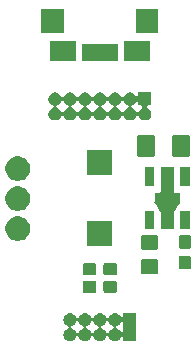
<source format=gts>
G04 #@! TF.GenerationSoftware,KiCad,Pcbnew,(5.1.5-0-10_14)*
G04 #@! TF.CreationDate,2021-03-21T20:32:30+09:00*
G04 #@! TF.ProjectId,STM32DebugConnector,53544d33-3244-4656-9275-67436f6e6e65,2.0*
G04 #@! TF.SameCoordinates,Original*
G04 #@! TF.FileFunction,Soldermask,Top*
G04 #@! TF.FilePolarity,Negative*
%FSLAX46Y46*%
G04 Gerber Fmt 4.6, Leading zero omitted, Abs format (unit mm)*
G04 Created by KiCad (PCBNEW (5.1.5-0-10_14)) date 2021-03-21 20:32:30*
%MOMM*%
%LPD*%
G04 APERTURE LIST*
%ADD10C,0.100000*%
G04 APERTURE END LIST*
D10*
G36*
X-2379279Y-26750174D02*
G01*
X-2279005Y-26791709D01*
X-2279004Y-26791710D01*
X-2188758Y-26852010D01*
X-2112010Y-26928758D01*
X-2112009Y-26928760D01*
X-2051709Y-27019005D01*
X-2020484Y-27094389D01*
X-2008933Y-27116000D01*
X-1993388Y-27134941D01*
X-1974446Y-27150487D01*
X-1952835Y-27162038D01*
X-1929386Y-27169151D01*
X-1905000Y-27171553D01*
X-1880614Y-27169151D01*
X-1857165Y-27162038D01*
X-1835554Y-27150487D01*
X-1816613Y-27134942D01*
X-1801067Y-27116000D01*
X-1789516Y-27094389D01*
X-1758291Y-27019005D01*
X-1697991Y-26928760D01*
X-1697990Y-26928758D01*
X-1621242Y-26852010D01*
X-1530996Y-26791710D01*
X-1530995Y-26791709D01*
X-1430721Y-26750174D01*
X-1324270Y-26729000D01*
X-1215730Y-26729000D01*
X-1109279Y-26750174D01*
X-1009005Y-26791709D01*
X-1009004Y-26791710D01*
X-918758Y-26852010D01*
X-842010Y-26928758D01*
X-842009Y-26928760D01*
X-781709Y-27019005D01*
X-750484Y-27094389D01*
X-738933Y-27116000D01*
X-723388Y-27134941D01*
X-704446Y-27150487D01*
X-682835Y-27162038D01*
X-659386Y-27169151D01*
X-635000Y-27171553D01*
X-610614Y-27169151D01*
X-587165Y-27162038D01*
X-565554Y-27150487D01*
X-546613Y-27134942D01*
X-531067Y-27116000D01*
X-519516Y-27094389D01*
X-488291Y-27019005D01*
X-427991Y-26928760D01*
X-427990Y-26928758D01*
X-351242Y-26852010D01*
X-260996Y-26791710D01*
X-260995Y-26791709D01*
X-160721Y-26750174D01*
X-54270Y-26729000D01*
X54270Y-26729000D01*
X160721Y-26750174D01*
X260995Y-26791709D01*
X260996Y-26791710D01*
X351242Y-26852010D01*
X427990Y-26928758D01*
X427991Y-26928760D01*
X488291Y-27019005D01*
X519516Y-27094389D01*
X531067Y-27116000D01*
X546612Y-27134941D01*
X565554Y-27150487D01*
X587165Y-27162038D01*
X610614Y-27169151D01*
X635000Y-27171553D01*
X659386Y-27169151D01*
X682835Y-27162038D01*
X704446Y-27150487D01*
X723387Y-27134942D01*
X738933Y-27116000D01*
X750484Y-27094389D01*
X781709Y-27019005D01*
X842009Y-26928760D01*
X842010Y-26928758D01*
X918758Y-26852010D01*
X1009004Y-26791710D01*
X1009005Y-26791709D01*
X1109279Y-26750174D01*
X1215730Y-26729000D01*
X1324270Y-26729000D01*
X1430721Y-26750174D01*
X1530995Y-26791709D01*
X1530996Y-26791710D01*
X1621242Y-26852010D01*
X1697990Y-26928758D01*
X1697991Y-26928760D01*
X1760068Y-27021664D01*
X1775614Y-27040606D01*
X1794556Y-27056151D01*
X1816167Y-27067702D01*
X1839615Y-27074815D01*
X1864002Y-27077217D01*
X1888388Y-27074815D01*
X1911837Y-27067702D01*
X1933447Y-27056151D01*
X1952389Y-27040605D01*
X1967934Y-27021663D01*
X1979485Y-27000052D01*
X1986598Y-26976604D01*
X1989000Y-26952218D01*
X1989000Y-26729000D01*
X3091000Y-26729000D01*
X3091000Y-29101000D01*
X1989000Y-29101000D01*
X1989000Y-28877782D01*
X1986598Y-28853396D01*
X1979485Y-28829947D01*
X1967934Y-28808336D01*
X1952389Y-28789394D01*
X1933447Y-28773849D01*
X1911836Y-28762298D01*
X1888387Y-28755185D01*
X1864001Y-28752783D01*
X1839615Y-28755185D01*
X1816166Y-28762298D01*
X1794555Y-28773849D01*
X1775613Y-28789394D01*
X1760068Y-28808336D01*
X1718988Y-28869816D01*
X1697990Y-28901242D01*
X1621242Y-28977990D01*
X1575812Y-29008345D01*
X1530995Y-29038291D01*
X1430721Y-29079826D01*
X1324270Y-29101000D01*
X1215730Y-29101000D01*
X1109279Y-29079826D01*
X1009005Y-29038291D01*
X964188Y-29008345D01*
X918758Y-28977990D01*
X842010Y-28901242D01*
X810041Y-28853396D01*
X781709Y-28810995D01*
X750484Y-28735611D01*
X738933Y-28714000D01*
X723388Y-28695059D01*
X704446Y-28679513D01*
X682835Y-28667962D01*
X659386Y-28660849D01*
X635000Y-28658447D01*
X610614Y-28660849D01*
X587165Y-28667962D01*
X565554Y-28679513D01*
X546613Y-28695058D01*
X531067Y-28714000D01*
X519516Y-28735611D01*
X488291Y-28810995D01*
X459959Y-28853396D01*
X427990Y-28901242D01*
X351242Y-28977990D01*
X305812Y-29008345D01*
X260995Y-29038291D01*
X160721Y-29079826D01*
X54270Y-29101000D01*
X-54270Y-29101000D01*
X-160721Y-29079826D01*
X-260995Y-29038291D01*
X-305812Y-29008345D01*
X-351242Y-28977990D01*
X-427990Y-28901242D01*
X-459959Y-28853396D01*
X-488291Y-28810995D01*
X-519516Y-28735611D01*
X-531067Y-28714000D01*
X-546612Y-28695059D01*
X-565554Y-28679513D01*
X-587165Y-28667962D01*
X-610614Y-28660849D01*
X-635000Y-28658447D01*
X-659386Y-28660849D01*
X-682835Y-28667962D01*
X-704446Y-28679513D01*
X-723387Y-28695058D01*
X-738933Y-28714000D01*
X-750484Y-28735611D01*
X-781709Y-28810995D01*
X-810041Y-28853396D01*
X-842010Y-28901242D01*
X-918758Y-28977990D01*
X-964188Y-29008345D01*
X-1009005Y-29038291D01*
X-1109279Y-29079826D01*
X-1215730Y-29101000D01*
X-1324270Y-29101000D01*
X-1430721Y-29079826D01*
X-1530995Y-29038291D01*
X-1575812Y-29008345D01*
X-1621242Y-28977990D01*
X-1697990Y-28901242D01*
X-1729959Y-28853396D01*
X-1758291Y-28810995D01*
X-1789516Y-28735611D01*
X-1801067Y-28714000D01*
X-1816612Y-28695059D01*
X-1835554Y-28679513D01*
X-1857165Y-28667962D01*
X-1880614Y-28660849D01*
X-1905000Y-28658447D01*
X-1929386Y-28660849D01*
X-1952835Y-28667962D01*
X-1974446Y-28679513D01*
X-1993387Y-28695058D01*
X-2008933Y-28714000D01*
X-2020484Y-28735611D01*
X-2051709Y-28810995D01*
X-2080041Y-28853396D01*
X-2112010Y-28901242D01*
X-2188758Y-28977990D01*
X-2234188Y-29008345D01*
X-2279005Y-29038291D01*
X-2379279Y-29079826D01*
X-2485730Y-29101000D01*
X-2594270Y-29101000D01*
X-2700721Y-29079826D01*
X-2800995Y-29038291D01*
X-2845812Y-29008345D01*
X-2891242Y-28977990D01*
X-2967990Y-28901242D01*
X-2999959Y-28853396D01*
X-3028291Y-28810995D01*
X-3069826Y-28710721D01*
X-3091000Y-28604270D01*
X-3091000Y-28495730D01*
X-3069826Y-28389279D01*
X-3028291Y-28289005D01*
X-2967991Y-28198760D01*
X-2967990Y-28198758D01*
X-2891242Y-28122010D01*
X-2800996Y-28061710D01*
X-2800995Y-28061709D01*
X-2725611Y-28030484D01*
X-2704000Y-28018933D01*
X-2685059Y-28003388D01*
X-2669513Y-27984446D01*
X-2657962Y-27962835D01*
X-2650849Y-27939386D01*
X-2648447Y-27915000D01*
X-2431553Y-27915000D01*
X-2429151Y-27939386D01*
X-2422038Y-27962835D01*
X-2410487Y-27984446D01*
X-2394942Y-28003387D01*
X-2376000Y-28018933D01*
X-2354389Y-28030484D01*
X-2279005Y-28061709D01*
X-2279004Y-28061710D01*
X-2188758Y-28122010D01*
X-2112010Y-28198758D01*
X-2112009Y-28198760D01*
X-2051709Y-28289005D01*
X-2020484Y-28364389D01*
X-2008933Y-28386000D01*
X-1993388Y-28404941D01*
X-1974446Y-28420487D01*
X-1952835Y-28432038D01*
X-1929386Y-28439151D01*
X-1905000Y-28441553D01*
X-1880614Y-28439151D01*
X-1857165Y-28432038D01*
X-1835554Y-28420487D01*
X-1816613Y-28404942D01*
X-1801067Y-28386000D01*
X-1789516Y-28364389D01*
X-1758291Y-28289005D01*
X-1697991Y-28198760D01*
X-1697990Y-28198758D01*
X-1621242Y-28122010D01*
X-1530996Y-28061710D01*
X-1530995Y-28061709D01*
X-1455611Y-28030484D01*
X-1434000Y-28018933D01*
X-1415059Y-28003388D01*
X-1399513Y-27984446D01*
X-1387962Y-27962835D01*
X-1380849Y-27939386D01*
X-1378447Y-27915000D01*
X-1161553Y-27915000D01*
X-1159151Y-27939386D01*
X-1152038Y-27962835D01*
X-1140487Y-27984446D01*
X-1124942Y-28003387D01*
X-1106000Y-28018933D01*
X-1084389Y-28030484D01*
X-1009005Y-28061709D01*
X-1009004Y-28061710D01*
X-918758Y-28122010D01*
X-842010Y-28198758D01*
X-842009Y-28198760D01*
X-781709Y-28289005D01*
X-750484Y-28364389D01*
X-738933Y-28386000D01*
X-723388Y-28404941D01*
X-704446Y-28420487D01*
X-682835Y-28432038D01*
X-659386Y-28439151D01*
X-635000Y-28441553D01*
X-610614Y-28439151D01*
X-587165Y-28432038D01*
X-565554Y-28420487D01*
X-546613Y-28404942D01*
X-531067Y-28386000D01*
X-519516Y-28364389D01*
X-488291Y-28289005D01*
X-427991Y-28198760D01*
X-427990Y-28198758D01*
X-351242Y-28122010D01*
X-260996Y-28061710D01*
X-260995Y-28061709D01*
X-185611Y-28030484D01*
X-164000Y-28018933D01*
X-145059Y-28003388D01*
X-129513Y-27984446D01*
X-117962Y-27962835D01*
X-110849Y-27939386D01*
X-108447Y-27915000D01*
X108447Y-27915000D01*
X110849Y-27939386D01*
X117962Y-27962835D01*
X129513Y-27984446D01*
X145058Y-28003387D01*
X164000Y-28018933D01*
X185611Y-28030484D01*
X260995Y-28061709D01*
X260996Y-28061710D01*
X351242Y-28122010D01*
X427990Y-28198758D01*
X427991Y-28198760D01*
X488291Y-28289005D01*
X519516Y-28364389D01*
X531067Y-28386000D01*
X546612Y-28404941D01*
X565554Y-28420487D01*
X587165Y-28432038D01*
X610614Y-28439151D01*
X635000Y-28441553D01*
X659386Y-28439151D01*
X682835Y-28432038D01*
X704446Y-28420487D01*
X723387Y-28404942D01*
X738933Y-28386000D01*
X750484Y-28364389D01*
X781709Y-28289005D01*
X842009Y-28198760D01*
X842010Y-28198758D01*
X918758Y-28122010D01*
X1009004Y-28061710D01*
X1009005Y-28061709D01*
X1084389Y-28030484D01*
X1106000Y-28018933D01*
X1124941Y-28003388D01*
X1140487Y-27984446D01*
X1152038Y-27962835D01*
X1159151Y-27939386D01*
X1161553Y-27915000D01*
X1378447Y-27915000D01*
X1380849Y-27939386D01*
X1387962Y-27962835D01*
X1399513Y-27984446D01*
X1415058Y-28003387D01*
X1434000Y-28018933D01*
X1455611Y-28030484D01*
X1530995Y-28061709D01*
X1530996Y-28061710D01*
X1621242Y-28122010D01*
X1697990Y-28198758D01*
X1697991Y-28198760D01*
X1760068Y-28291664D01*
X1775614Y-28310606D01*
X1794556Y-28326151D01*
X1816167Y-28337702D01*
X1839615Y-28344815D01*
X1864002Y-28347217D01*
X1888388Y-28344815D01*
X1911837Y-28337702D01*
X1933447Y-28326151D01*
X1952389Y-28310605D01*
X1967934Y-28291663D01*
X1979485Y-28270052D01*
X1986598Y-28246604D01*
X1989000Y-28222218D01*
X1989000Y-27607782D01*
X1986598Y-27583396D01*
X1979485Y-27559947D01*
X1967934Y-27538336D01*
X1952389Y-27519394D01*
X1933447Y-27503849D01*
X1911836Y-27492298D01*
X1888387Y-27485185D01*
X1864001Y-27482783D01*
X1839615Y-27485185D01*
X1816166Y-27492298D01*
X1794555Y-27503849D01*
X1775613Y-27519394D01*
X1760068Y-27538336D01*
X1718988Y-27599816D01*
X1697990Y-27631242D01*
X1621242Y-27707990D01*
X1575812Y-27738345D01*
X1530995Y-27768291D01*
X1455611Y-27799516D01*
X1434000Y-27811067D01*
X1415059Y-27826612D01*
X1399513Y-27845554D01*
X1387962Y-27867165D01*
X1380849Y-27890614D01*
X1378447Y-27915000D01*
X1161553Y-27915000D01*
X1159151Y-27890614D01*
X1152038Y-27867165D01*
X1140487Y-27845554D01*
X1124942Y-27826613D01*
X1106000Y-27811067D01*
X1084389Y-27799516D01*
X1009005Y-27768291D01*
X964188Y-27738345D01*
X918758Y-27707990D01*
X842010Y-27631242D01*
X810041Y-27583396D01*
X781709Y-27540995D01*
X750484Y-27465611D01*
X738933Y-27444000D01*
X723388Y-27425059D01*
X704446Y-27409513D01*
X682835Y-27397962D01*
X659386Y-27390849D01*
X635000Y-27388447D01*
X610614Y-27390849D01*
X587165Y-27397962D01*
X565554Y-27409513D01*
X546613Y-27425058D01*
X531067Y-27444000D01*
X519516Y-27465611D01*
X488291Y-27540995D01*
X459959Y-27583396D01*
X427990Y-27631242D01*
X351242Y-27707990D01*
X305812Y-27738345D01*
X260995Y-27768291D01*
X185611Y-27799516D01*
X164000Y-27811067D01*
X145059Y-27826612D01*
X129513Y-27845554D01*
X117962Y-27867165D01*
X110849Y-27890614D01*
X108447Y-27915000D01*
X-108447Y-27915000D01*
X-110849Y-27890614D01*
X-117962Y-27867165D01*
X-129513Y-27845554D01*
X-145058Y-27826613D01*
X-164000Y-27811067D01*
X-185611Y-27799516D01*
X-260995Y-27768291D01*
X-305812Y-27738345D01*
X-351242Y-27707990D01*
X-427990Y-27631242D01*
X-459959Y-27583396D01*
X-488291Y-27540995D01*
X-519516Y-27465611D01*
X-531067Y-27444000D01*
X-546612Y-27425059D01*
X-565554Y-27409513D01*
X-587165Y-27397962D01*
X-610614Y-27390849D01*
X-635000Y-27388447D01*
X-659386Y-27390849D01*
X-682835Y-27397962D01*
X-704446Y-27409513D01*
X-723387Y-27425058D01*
X-738933Y-27444000D01*
X-750484Y-27465611D01*
X-781709Y-27540995D01*
X-810041Y-27583396D01*
X-842010Y-27631242D01*
X-918758Y-27707990D01*
X-964188Y-27738345D01*
X-1009005Y-27768291D01*
X-1084389Y-27799516D01*
X-1106000Y-27811067D01*
X-1124941Y-27826612D01*
X-1140487Y-27845554D01*
X-1152038Y-27867165D01*
X-1159151Y-27890614D01*
X-1161553Y-27915000D01*
X-1378447Y-27915000D01*
X-1380849Y-27890614D01*
X-1387962Y-27867165D01*
X-1399513Y-27845554D01*
X-1415058Y-27826613D01*
X-1434000Y-27811067D01*
X-1455611Y-27799516D01*
X-1530995Y-27768291D01*
X-1575812Y-27738345D01*
X-1621242Y-27707990D01*
X-1697990Y-27631242D01*
X-1729959Y-27583396D01*
X-1758291Y-27540995D01*
X-1789516Y-27465611D01*
X-1801067Y-27444000D01*
X-1816612Y-27425059D01*
X-1835554Y-27409513D01*
X-1857165Y-27397962D01*
X-1880614Y-27390849D01*
X-1905000Y-27388447D01*
X-1929386Y-27390849D01*
X-1952835Y-27397962D01*
X-1974446Y-27409513D01*
X-1993387Y-27425058D01*
X-2008933Y-27444000D01*
X-2020484Y-27465611D01*
X-2051709Y-27540995D01*
X-2080041Y-27583396D01*
X-2112010Y-27631242D01*
X-2188758Y-27707990D01*
X-2234188Y-27738345D01*
X-2279005Y-27768291D01*
X-2354389Y-27799516D01*
X-2376000Y-27811067D01*
X-2394941Y-27826612D01*
X-2410487Y-27845554D01*
X-2422038Y-27867165D01*
X-2429151Y-27890614D01*
X-2431553Y-27915000D01*
X-2648447Y-27915000D01*
X-2650849Y-27890614D01*
X-2657962Y-27867165D01*
X-2669513Y-27845554D01*
X-2685058Y-27826613D01*
X-2704000Y-27811067D01*
X-2725611Y-27799516D01*
X-2800995Y-27768291D01*
X-2845812Y-27738345D01*
X-2891242Y-27707990D01*
X-2967990Y-27631242D01*
X-2999959Y-27583396D01*
X-3028291Y-27540995D01*
X-3069826Y-27440721D01*
X-3091000Y-27334270D01*
X-3091000Y-27225730D01*
X-3069826Y-27119279D01*
X-3028291Y-27019005D01*
X-2967991Y-26928760D01*
X-2967990Y-26928758D01*
X-2891242Y-26852010D01*
X-2800996Y-26791710D01*
X-2800995Y-26791709D01*
X-2700721Y-26750174D01*
X-2594270Y-26729000D01*
X-2485730Y-26729000D01*
X-2379279Y-26750174D01*
G37*
G36*
X-460501Y-23978445D02*
G01*
X-423005Y-23989820D01*
X-388446Y-24008292D01*
X-358153Y-24033153D01*
X-333292Y-24063446D01*
X-314820Y-24098005D01*
X-303445Y-24135501D01*
X-299000Y-24180638D01*
X-299000Y-24819362D01*
X-303445Y-24864499D01*
X-314820Y-24901995D01*
X-333292Y-24936554D01*
X-358153Y-24966847D01*
X-388446Y-24991708D01*
X-423005Y-25010180D01*
X-460501Y-25021555D01*
X-505638Y-25026000D01*
X-1244362Y-25026000D01*
X-1289499Y-25021555D01*
X-1326995Y-25010180D01*
X-1361554Y-24991708D01*
X-1391847Y-24966847D01*
X-1416708Y-24936554D01*
X-1435180Y-24901995D01*
X-1446555Y-24864499D01*
X-1451000Y-24819362D01*
X-1451000Y-24180638D01*
X-1446555Y-24135501D01*
X-1435180Y-24098005D01*
X-1416708Y-24063446D01*
X-1391847Y-24033153D01*
X-1361554Y-24008292D01*
X-1326995Y-23989820D01*
X-1289499Y-23978445D01*
X-1244362Y-23974000D01*
X-505638Y-23974000D01*
X-460501Y-23978445D01*
G37*
G36*
X1289499Y-23978445D02*
G01*
X1326995Y-23989820D01*
X1361554Y-24008292D01*
X1391847Y-24033153D01*
X1416708Y-24063446D01*
X1435180Y-24098005D01*
X1446555Y-24135501D01*
X1451000Y-24180638D01*
X1451000Y-24819362D01*
X1446555Y-24864499D01*
X1435180Y-24901995D01*
X1416708Y-24936554D01*
X1391847Y-24966847D01*
X1361554Y-24991708D01*
X1326995Y-25010180D01*
X1289499Y-25021555D01*
X1244362Y-25026000D01*
X505638Y-25026000D01*
X460501Y-25021555D01*
X423005Y-25010180D01*
X388446Y-24991708D01*
X358153Y-24966847D01*
X333292Y-24936554D01*
X314820Y-24901995D01*
X303445Y-24864499D01*
X299000Y-24819362D01*
X299000Y-24180638D01*
X303445Y-24135501D01*
X314820Y-24098005D01*
X333292Y-24063446D01*
X358153Y-24033153D01*
X388446Y-24008292D01*
X423005Y-23989820D01*
X460501Y-23978445D01*
X505638Y-23974000D01*
X1244362Y-23974000D01*
X1289499Y-23978445D01*
G37*
G36*
X1289499Y-22478445D02*
G01*
X1326995Y-22489820D01*
X1361554Y-22508292D01*
X1391847Y-22533153D01*
X1416708Y-22563446D01*
X1435180Y-22598005D01*
X1446555Y-22635501D01*
X1451000Y-22680638D01*
X1451000Y-23319362D01*
X1446555Y-23364499D01*
X1435180Y-23401995D01*
X1416708Y-23436554D01*
X1391847Y-23466847D01*
X1361554Y-23491708D01*
X1326995Y-23510180D01*
X1289499Y-23521555D01*
X1244362Y-23526000D01*
X505638Y-23526000D01*
X460501Y-23521555D01*
X423005Y-23510180D01*
X388446Y-23491708D01*
X358153Y-23466847D01*
X333292Y-23436554D01*
X314820Y-23401995D01*
X303445Y-23364499D01*
X299000Y-23319362D01*
X299000Y-22680638D01*
X303445Y-22635501D01*
X314820Y-22598005D01*
X333292Y-22563446D01*
X358153Y-22533153D01*
X388446Y-22508292D01*
X423005Y-22489820D01*
X460501Y-22478445D01*
X505638Y-22474000D01*
X1244362Y-22474000D01*
X1289499Y-22478445D01*
G37*
G36*
X-460501Y-22478445D02*
G01*
X-423005Y-22489820D01*
X-388446Y-22508292D01*
X-358153Y-22533153D01*
X-333292Y-22563446D01*
X-314820Y-22598005D01*
X-303445Y-22635501D01*
X-299000Y-22680638D01*
X-299000Y-23319362D01*
X-303445Y-23364499D01*
X-314820Y-23401995D01*
X-333292Y-23436554D01*
X-358153Y-23466847D01*
X-388446Y-23491708D01*
X-423005Y-23510180D01*
X-460501Y-23521555D01*
X-505638Y-23526000D01*
X-1244362Y-23526000D01*
X-1289499Y-23521555D01*
X-1326995Y-23510180D01*
X-1361554Y-23491708D01*
X-1391847Y-23466847D01*
X-1416708Y-23436554D01*
X-1435180Y-23401995D01*
X-1446555Y-23364499D01*
X-1451000Y-23319362D01*
X-1451000Y-22680638D01*
X-1446555Y-22635501D01*
X-1435180Y-22598005D01*
X-1416708Y-22563446D01*
X-1391847Y-22533153D01*
X-1361554Y-22508292D01*
X-1326995Y-22489820D01*
X-1289499Y-22478445D01*
X-1244362Y-22474000D01*
X-505638Y-22474000D01*
X-460501Y-22478445D01*
G37*
G36*
X4788674Y-22178465D02*
G01*
X4826367Y-22189899D01*
X4861103Y-22208466D01*
X4891548Y-22233452D01*
X4916534Y-22263897D01*
X4935101Y-22298633D01*
X4946535Y-22336326D01*
X4951000Y-22381661D01*
X4951000Y-23218339D01*
X4946535Y-23263674D01*
X4935101Y-23301367D01*
X4916534Y-23336103D01*
X4891548Y-23366548D01*
X4861103Y-23391534D01*
X4826367Y-23410101D01*
X4788674Y-23421535D01*
X4743339Y-23426000D01*
X3656661Y-23426000D01*
X3611326Y-23421535D01*
X3573633Y-23410101D01*
X3538897Y-23391534D01*
X3508452Y-23366548D01*
X3483466Y-23336103D01*
X3464899Y-23301367D01*
X3453465Y-23263674D01*
X3449000Y-23218339D01*
X3449000Y-22381661D01*
X3453465Y-22336326D01*
X3464899Y-22298633D01*
X3483466Y-22263897D01*
X3508452Y-22233452D01*
X3538897Y-22208466D01*
X3573633Y-22189899D01*
X3611326Y-22178465D01*
X3656661Y-22174000D01*
X4743339Y-22174000D01*
X4788674Y-22178465D01*
G37*
G36*
X7564499Y-21878445D02*
G01*
X7601995Y-21889820D01*
X7636554Y-21908292D01*
X7666847Y-21933153D01*
X7691708Y-21963446D01*
X7710180Y-21998005D01*
X7721555Y-22035501D01*
X7726000Y-22080638D01*
X7726000Y-22819362D01*
X7721555Y-22864499D01*
X7710180Y-22901995D01*
X7691708Y-22936554D01*
X7666847Y-22966847D01*
X7636554Y-22991708D01*
X7601995Y-23010180D01*
X7564499Y-23021555D01*
X7519362Y-23026000D01*
X6880638Y-23026000D01*
X6835501Y-23021555D01*
X6798005Y-23010180D01*
X6763446Y-22991708D01*
X6733153Y-22966847D01*
X6708292Y-22936554D01*
X6689820Y-22901995D01*
X6678445Y-22864499D01*
X6674000Y-22819362D01*
X6674000Y-22080638D01*
X6678445Y-22035501D01*
X6689820Y-21998005D01*
X6708292Y-21963446D01*
X6733153Y-21933153D01*
X6763446Y-21908292D01*
X6798005Y-21889820D01*
X6835501Y-21878445D01*
X6880638Y-21874000D01*
X7519362Y-21874000D01*
X7564499Y-21878445D01*
G37*
G36*
X4788674Y-20128465D02*
G01*
X4826367Y-20139899D01*
X4861103Y-20158466D01*
X4891548Y-20183452D01*
X4916534Y-20213897D01*
X4935101Y-20248633D01*
X4946535Y-20286326D01*
X4951000Y-20331661D01*
X4951000Y-21168339D01*
X4946535Y-21213674D01*
X4935101Y-21251367D01*
X4916534Y-21286103D01*
X4891548Y-21316548D01*
X4861103Y-21341534D01*
X4826367Y-21360101D01*
X4788674Y-21371535D01*
X4743339Y-21376000D01*
X3656661Y-21376000D01*
X3611326Y-21371535D01*
X3573633Y-21360101D01*
X3538897Y-21341534D01*
X3508452Y-21316548D01*
X3483466Y-21286103D01*
X3464899Y-21251367D01*
X3453465Y-21213674D01*
X3449000Y-21168339D01*
X3449000Y-20331661D01*
X3453465Y-20286326D01*
X3464899Y-20248633D01*
X3483466Y-20213897D01*
X3508452Y-20183452D01*
X3538897Y-20158466D01*
X3573633Y-20139899D01*
X3611326Y-20128465D01*
X3656661Y-20124000D01*
X4743339Y-20124000D01*
X4788674Y-20128465D01*
G37*
G36*
X7564499Y-20128445D02*
G01*
X7601995Y-20139820D01*
X7636554Y-20158292D01*
X7666847Y-20183153D01*
X7691708Y-20213446D01*
X7710180Y-20248005D01*
X7721555Y-20285501D01*
X7726000Y-20330638D01*
X7726000Y-21069362D01*
X7721555Y-21114499D01*
X7710180Y-21151995D01*
X7691708Y-21186554D01*
X7666847Y-21216847D01*
X7636554Y-21241708D01*
X7601995Y-21260180D01*
X7564499Y-21271555D01*
X7519362Y-21276000D01*
X6880638Y-21276000D01*
X6835501Y-21271555D01*
X6798005Y-21260180D01*
X6763446Y-21241708D01*
X6733153Y-21216847D01*
X6708292Y-21186554D01*
X6689820Y-21151995D01*
X6678445Y-21114499D01*
X6674000Y-21069362D01*
X6674000Y-20330638D01*
X6678445Y-20285501D01*
X6689820Y-20248005D01*
X6708292Y-20213446D01*
X6733153Y-20183153D01*
X6763446Y-20158292D01*
X6798005Y-20139820D01*
X6835501Y-20128445D01*
X6880638Y-20124000D01*
X7519362Y-20124000D01*
X7564499Y-20128445D01*
G37*
G36*
X1051000Y-21051000D02*
G01*
X-1051000Y-21051000D01*
X-1051000Y-18949000D01*
X1051000Y-18949000D01*
X1051000Y-21051000D01*
G37*
G36*
X-6653236Y-18559389D02*
G01*
X-6461967Y-18638615D01*
X-6461965Y-18638616D01*
X-6289827Y-18753635D01*
X-6143435Y-18900027D01*
X-6028415Y-19072167D01*
X-5949189Y-19263436D01*
X-5908800Y-19466484D01*
X-5908800Y-19673516D01*
X-5949189Y-19876564D01*
X-6028415Y-20067833D01*
X-6028416Y-20067835D01*
X-6143435Y-20239973D01*
X-6289827Y-20386365D01*
X-6461965Y-20501384D01*
X-6461966Y-20501385D01*
X-6461967Y-20501385D01*
X-6653236Y-20580611D01*
X-6856284Y-20621000D01*
X-7063316Y-20621000D01*
X-7266364Y-20580611D01*
X-7457633Y-20501385D01*
X-7457634Y-20501385D01*
X-7457635Y-20501384D01*
X-7629773Y-20386365D01*
X-7776165Y-20239973D01*
X-7891184Y-20067835D01*
X-7891185Y-20067833D01*
X-7970411Y-19876564D01*
X-8010800Y-19673516D01*
X-8010800Y-19466484D01*
X-7970411Y-19263436D01*
X-7891185Y-19072167D01*
X-7776165Y-18900027D01*
X-7629773Y-18753635D01*
X-7457635Y-18638616D01*
X-7457633Y-18638615D01*
X-7266364Y-18559389D01*
X-7063316Y-18519000D01*
X-6856284Y-18519000D01*
X-6653236Y-18559389D01*
G37*
G36*
X7601000Y-19651000D02*
G01*
X6799000Y-19651000D01*
X6799000Y-18049000D01*
X7601000Y-18049000D01*
X7601000Y-19651000D01*
G37*
G36*
X6251000Y-16424001D02*
G01*
X6253402Y-16448387D01*
X6260515Y-16471836D01*
X6272066Y-16493447D01*
X6287611Y-16512389D01*
X6306553Y-16527934D01*
X6328164Y-16539485D01*
X6351613Y-16546598D01*
X6375999Y-16549000D01*
X6751000Y-16549000D01*
X6751000Y-17224001D01*
X6753402Y-17248387D01*
X6760515Y-17271836D01*
X6772066Y-17293447D01*
X6787611Y-17312389D01*
X6806553Y-17327934D01*
X6808607Y-17329032D01*
X6771994Y-17383951D01*
X6760465Y-17405574D01*
X6753376Y-17429030D01*
X6751000Y-17453288D01*
X6751000Y-17459106D01*
X6746356Y-17460515D01*
X6724745Y-17472066D01*
X6705803Y-17487611D01*
X6690186Y-17506662D01*
X6271994Y-18133950D01*
X6260465Y-18155573D01*
X6253376Y-18179029D01*
X6251000Y-18203287D01*
X6251000Y-19651000D01*
X5149000Y-19651000D01*
X5149000Y-18203287D01*
X5146598Y-18178901D01*
X5139485Y-18155452D01*
X5128006Y-18133950D01*
X4709814Y-17506662D01*
X4694289Y-17487704D01*
X4675363Y-17472139D01*
X4653765Y-17460565D01*
X4649000Y-17459114D01*
X4649000Y-17453288D01*
X4646598Y-17428902D01*
X4639485Y-17405453D01*
X4628006Y-17383951D01*
X4591393Y-17329032D01*
X4593447Y-17327934D01*
X4612389Y-17312389D01*
X4627934Y-17293447D01*
X4639485Y-17271836D01*
X4646598Y-17248387D01*
X4649000Y-17224001D01*
X4649000Y-16549000D01*
X5024001Y-16549000D01*
X5048387Y-16546598D01*
X5071836Y-16539485D01*
X5093447Y-16527934D01*
X5112389Y-16512389D01*
X5127934Y-16493447D01*
X5139485Y-16471836D01*
X5146598Y-16448387D01*
X5149000Y-16424001D01*
X5149000Y-14349000D01*
X6251000Y-14349000D01*
X6251000Y-16424001D01*
G37*
G36*
X4601000Y-19651000D02*
G01*
X3799000Y-19651000D01*
X3799000Y-18049000D01*
X4601000Y-18049000D01*
X4601000Y-19651000D01*
G37*
G36*
X-6653236Y-16019389D02*
G01*
X-6461967Y-16098615D01*
X-6461965Y-16098616D01*
X-6289827Y-16213635D01*
X-6143435Y-16360027D01*
X-6028415Y-16532167D01*
X-5949189Y-16723436D01*
X-5908800Y-16926484D01*
X-5908800Y-17133516D01*
X-5949189Y-17336564D01*
X-5999951Y-17459114D01*
X-6028416Y-17527835D01*
X-6143435Y-17699973D01*
X-6289827Y-17846365D01*
X-6461965Y-17961384D01*
X-6461966Y-17961385D01*
X-6461967Y-17961385D01*
X-6653236Y-18040611D01*
X-6856284Y-18081000D01*
X-7063316Y-18081000D01*
X-7266364Y-18040611D01*
X-7457633Y-17961385D01*
X-7457634Y-17961385D01*
X-7457635Y-17961384D01*
X-7629773Y-17846365D01*
X-7776165Y-17699973D01*
X-7891184Y-17527835D01*
X-7919649Y-17459114D01*
X-7970411Y-17336564D01*
X-8010800Y-17133516D01*
X-8010800Y-16926484D01*
X-7970411Y-16723436D01*
X-7891185Y-16532167D01*
X-7776165Y-16360027D01*
X-7629773Y-16213635D01*
X-7457635Y-16098616D01*
X-7457633Y-16098615D01*
X-7266364Y-16019389D01*
X-7063316Y-15979000D01*
X-6856284Y-15979000D01*
X-6653236Y-16019389D01*
G37*
G36*
X7601000Y-15951000D02*
G01*
X6799000Y-15951000D01*
X6799000Y-14349000D01*
X7601000Y-14349000D01*
X7601000Y-15951000D01*
G37*
G36*
X4601000Y-15951000D02*
G01*
X3799000Y-15951000D01*
X3799000Y-14349000D01*
X4601000Y-14349000D01*
X4601000Y-15951000D01*
G37*
G36*
X-6653236Y-13479389D02*
G01*
X-6461967Y-13558615D01*
X-6461965Y-13558616D01*
X-6289827Y-13673635D01*
X-6143435Y-13820027D01*
X-6028415Y-13992167D01*
X-5949189Y-14183436D01*
X-5908800Y-14386484D01*
X-5908800Y-14593516D01*
X-5949189Y-14796564D01*
X-6028415Y-14987833D01*
X-6028416Y-14987835D01*
X-6143435Y-15159973D01*
X-6289827Y-15306365D01*
X-6461965Y-15421384D01*
X-6461966Y-15421385D01*
X-6461967Y-15421385D01*
X-6653236Y-15500611D01*
X-6856284Y-15541000D01*
X-7063316Y-15541000D01*
X-7266364Y-15500611D01*
X-7457633Y-15421385D01*
X-7457634Y-15421385D01*
X-7457635Y-15421384D01*
X-7629773Y-15306365D01*
X-7776165Y-15159973D01*
X-7891184Y-14987835D01*
X-7891185Y-14987833D01*
X-7970411Y-14796564D01*
X-8010800Y-14593516D01*
X-8010800Y-14386484D01*
X-7970411Y-14183436D01*
X-7891185Y-13992167D01*
X-7776165Y-13820027D01*
X-7629773Y-13673635D01*
X-7457635Y-13558616D01*
X-7457633Y-13558615D01*
X-7266364Y-13479389D01*
X-7063316Y-13439000D01*
X-6856284Y-13439000D01*
X-6653236Y-13479389D01*
G37*
G36*
X1051000Y-15051000D02*
G01*
X-1051000Y-15051000D01*
X-1051000Y-12949000D01*
X1051000Y-12949000D01*
X1051000Y-15051000D01*
G37*
G36*
X4513062Y-11678181D02*
G01*
X4547981Y-11688774D01*
X4580163Y-11705976D01*
X4608373Y-11729127D01*
X4631524Y-11757337D01*
X4648726Y-11789519D01*
X4659319Y-11824438D01*
X4663500Y-11866895D01*
X4663500Y-13333105D01*
X4659319Y-13375562D01*
X4648726Y-13410481D01*
X4631524Y-13442663D01*
X4608373Y-13470873D01*
X4580163Y-13494024D01*
X4547981Y-13511226D01*
X4513062Y-13521819D01*
X4470605Y-13526000D01*
X3329395Y-13526000D01*
X3286938Y-13521819D01*
X3252019Y-13511226D01*
X3219837Y-13494024D01*
X3191627Y-13470873D01*
X3168476Y-13442663D01*
X3151274Y-13410481D01*
X3140681Y-13375562D01*
X3136500Y-13333105D01*
X3136500Y-11866895D01*
X3140681Y-11824438D01*
X3151274Y-11789519D01*
X3168476Y-11757337D01*
X3191627Y-11729127D01*
X3219837Y-11705976D01*
X3252019Y-11688774D01*
X3286938Y-11678181D01*
X3329395Y-11674000D01*
X4470605Y-11674000D01*
X4513062Y-11678181D01*
G37*
G36*
X7488062Y-11678181D02*
G01*
X7522981Y-11688774D01*
X7555163Y-11705976D01*
X7583373Y-11729127D01*
X7606524Y-11757337D01*
X7623726Y-11789519D01*
X7634319Y-11824438D01*
X7638500Y-11866895D01*
X7638500Y-13333105D01*
X7634319Y-13375562D01*
X7623726Y-13410481D01*
X7606524Y-13442663D01*
X7583373Y-13470873D01*
X7555163Y-13494024D01*
X7522981Y-13511226D01*
X7488062Y-13521819D01*
X7445605Y-13526000D01*
X6304395Y-13526000D01*
X6261938Y-13521819D01*
X6227019Y-13511226D01*
X6194837Y-13494024D01*
X6166627Y-13470873D01*
X6143476Y-13442663D01*
X6126274Y-13410481D01*
X6115681Y-13375562D01*
X6111500Y-13333105D01*
X6111500Y-11866895D01*
X6115681Y-11824438D01*
X6126274Y-11789519D01*
X6143476Y-11757337D01*
X6166627Y-11729127D01*
X6194837Y-11705976D01*
X6227019Y-11688774D01*
X6261938Y-11678181D01*
X6304395Y-11674000D01*
X7445605Y-11674000D01*
X7488062Y-11678181D01*
G37*
G36*
X-3649279Y-8070174D02*
G01*
X-3549005Y-8111709D01*
X-3549004Y-8111710D01*
X-3458758Y-8172010D01*
X-3382010Y-8248758D01*
X-3382009Y-8248760D01*
X-3321709Y-8339005D01*
X-3290484Y-8414389D01*
X-3278933Y-8436000D01*
X-3263388Y-8454941D01*
X-3244446Y-8470487D01*
X-3222835Y-8482038D01*
X-3199386Y-8489151D01*
X-3175000Y-8491553D01*
X-3150614Y-8489151D01*
X-3127165Y-8482038D01*
X-3105554Y-8470487D01*
X-3086613Y-8454942D01*
X-3071067Y-8436000D01*
X-3059516Y-8414389D01*
X-3028291Y-8339005D01*
X-2967991Y-8248760D01*
X-2967990Y-8248758D01*
X-2891242Y-8172010D01*
X-2800996Y-8111710D01*
X-2800995Y-8111709D01*
X-2700721Y-8070174D01*
X-2594270Y-8049000D01*
X-2485730Y-8049000D01*
X-2379279Y-8070174D01*
X-2279005Y-8111709D01*
X-2279004Y-8111710D01*
X-2188758Y-8172010D01*
X-2112010Y-8248758D01*
X-2112009Y-8248760D01*
X-2051709Y-8339005D01*
X-2020484Y-8414389D01*
X-2008933Y-8436000D01*
X-1993388Y-8454941D01*
X-1974446Y-8470487D01*
X-1952835Y-8482038D01*
X-1929386Y-8489151D01*
X-1905000Y-8491553D01*
X-1880614Y-8489151D01*
X-1857165Y-8482038D01*
X-1835554Y-8470487D01*
X-1816613Y-8454942D01*
X-1801067Y-8436000D01*
X-1789516Y-8414389D01*
X-1758291Y-8339005D01*
X-1697991Y-8248760D01*
X-1697990Y-8248758D01*
X-1621242Y-8172010D01*
X-1530996Y-8111710D01*
X-1530995Y-8111709D01*
X-1430721Y-8070174D01*
X-1324270Y-8049000D01*
X-1215730Y-8049000D01*
X-1109279Y-8070174D01*
X-1009005Y-8111709D01*
X-1009004Y-8111710D01*
X-918758Y-8172010D01*
X-842010Y-8248758D01*
X-842009Y-8248760D01*
X-781709Y-8339005D01*
X-750484Y-8414389D01*
X-738933Y-8436000D01*
X-723388Y-8454941D01*
X-704446Y-8470487D01*
X-682835Y-8482038D01*
X-659386Y-8489151D01*
X-635000Y-8491553D01*
X-610614Y-8489151D01*
X-587165Y-8482038D01*
X-565554Y-8470487D01*
X-546613Y-8454942D01*
X-531067Y-8436000D01*
X-519516Y-8414389D01*
X-488291Y-8339005D01*
X-427991Y-8248760D01*
X-427990Y-8248758D01*
X-351242Y-8172010D01*
X-260996Y-8111710D01*
X-260995Y-8111709D01*
X-160721Y-8070174D01*
X-54270Y-8049000D01*
X54270Y-8049000D01*
X160721Y-8070174D01*
X260995Y-8111709D01*
X260996Y-8111710D01*
X351242Y-8172010D01*
X427990Y-8248758D01*
X427991Y-8248760D01*
X488291Y-8339005D01*
X519516Y-8414389D01*
X531067Y-8436000D01*
X546612Y-8454941D01*
X565554Y-8470487D01*
X587165Y-8482038D01*
X610614Y-8489151D01*
X635000Y-8491553D01*
X659386Y-8489151D01*
X682835Y-8482038D01*
X704446Y-8470487D01*
X723387Y-8454942D01*
X738933Y-8436000D01*
X750484Y-8414389D01*
X781709Y-8339005D01*
X842009Y-8248760D01*
X842010Y-8248758D01*
X918758Y-8172010D01*
X1009004Y-8111710D01*
X1009005Y-8111709D01*
X1109279Y-8070174D01*
X1215730Y-8049000D01*
X1324270Y-8049000D01*
X1430721Y-8070174D01*
X1530995Y-8111709D01*
X1530996Y-8111710D01*
X1621242Y-8172010D01*
X1697990Y-8248758D01*
X1697991Y-8248760D01*
X1758291Y-8339005D01*
X1789516Y-8414389D01*
X1801067Y-8436000D01*
X1816612Y-8454941D01*
X1835554Y-8470487D01*
X1857165Y-8482038D01*
X1880614Y-8489151D01*
X1905000Y-8491553D01*
X1929386Y-8489151D01*
X1952835Y-8482038D01*
X1974446Y-8470487D01*
X1993387Y-8454942D01*
X2008933Y-8436000D01*
X2020484Y-8414389D01*
X2051709Y-8339005D01*
X2112009Y-8248760D01*
X2112010Y-8248758D01*
X2188758Y-8172010D01*
X2279004Y-8111710D01*
X2279005Y-8111709D01*
X2379279Y-8070174D01*
X2485730Y-8049000D01*
X2594270Y-8049000D01*
X2700721Y-8070174D01*
X2800995Y-8111709D01*
X2800996Y-8111710D01*
X2891242Y-8172010D01*
X2967990Y-8248758D01*
X2967991Y-8248760D01*
X3030068Y-8341664D01*
X3045614Y-8360606D01*
X3064556Y-8376151D01*
X3086167Y-8387702D01*
X3109615Y-8394815D01*
X3134002Y-8397217D01*
X3158388Y-8394815D01*
X3181837Y-8387702D01*
X3203447Y-8376151D01*
X3222389Y-8360605D01*
X3237934Y-8341663D01*
X3249485Y-8320052D01*
X3256598Y-8296604D01*
X3259000Y-8272218D01*
X3259000Y-8049000D01*
X4361000Y-8049000D01*
X4361000Y-9151000D01*
X4137782Y-9151000D01*
X4113396Y-9153402D01*
X4089947Y-9160515D01*
X4068336Y-9172066D01*
X4049394Y-9187611D01*
X4033849Y-9206553D01*
X4022298Y-9228164D01*
X4015185Y-9251613D01*
X4012783Y-9275999D01*
X4015185Y-9300385D01*
X4022298Y-9323834D01*
X4033849Y-9345445D01*
X4049394Y-9364387D01*
X4068336Y-9379932D01*
X4129816Y-9421012D01*
X4161242Y-9442010D01*
X4237990Y-9518758D01*
X4237991Y-9518760D01*
X4298291Y-9609005D01*
X4339826Y-9709279D01*
X4361000Y-9815730D01*
X4361000Y-9924270D01*
X4339826Y-10030721D01*
X4298291Y-10130995D01*
X4298290Y-10130996D01*
X4237990Y-10221242D01*
X4161242Y-10297990D01*
X4115812Y-10328345D01*
X4070995Y-10358291D01*
X3970721Y-10399826D01*
X3864270Y-10421000D01*
X3755730Y-10421000D01*
X3649279Y-10399826D01*
X3549005Y-10358291D01*
X3504188Y-10328345D01*
X3458758Y-10297990D01*
X3382010Y-10221242D01*
X3321710Y-10130996D01*
X3321709Y-10130995D01*
X3290484Y-10055611D01*
X3278933Y-10034000D01*
X3263388Y-10015059D01*
X3244446Y-9999513D01*
X3222835Y-9987962D01*
X3199386Y-9980849D01*
X3175000Y-9978447D01*
X3150614Y-9980849D01*
X3127165Y-9987962D01*
X3105554Y-9999513D01*
X3086613Y-10015058D01*
X3071067Y-10034000D01*
X3059516Y-10055611D01*
X3028291Y-10130995D01*
X3028290Y-10130996D01*
X2967990Y-10221242D01*
X2891242Y-10297990D01*
X2845812Y-10328345D01*
X2800995Y-10358291D01*
X2700721Y-10399826D01*
X2594270Y-10421000D01*
X2485730Y-10421000D01*
X2379279Y-10399826D01*
X2279005Y-10358291D01*
X2234188Y-10328345D01*
X2188758Y-10297990D01*
X2112010Y-10221242D01*
X2051710Y-10130996D01*
X2051709Y-10130995D01*
X2020484Y-10055611D01*
X2008933Y-10034000D01*
X1993388Y-10015059D01*
X1974446Y-9999513D01*
X1952835Y-9987962D01*
X1929386Y-9980849D01*
X1905000Y-9978447D01*
X1880614Y-9980849D01*
X1857165Y-9987962D01*
X1835554Y-9999513D01*
X1816613Y-10015058D01*
X1801067Y-10034000D01*
X1789516Y-10055611D01*
X1758291Y-10130995D01*
X1758290Y-10130996D01*
X1697990Y-10221242D01*
X1621242Y-10297990D01*
X1575812Y-10328345D01*
X1530995Y-10358291D01*
X1430721Y-10399826D01*
X1324270Y-10421000D01*
X1215730Y-10421000D01*
X1109279Y-10399826D01*
X1009005Y-10358291D01*
X964188Y-10328345D01*
X918758Y-10297990D01*
X842010Y-10221242D01*
X781710Y-10130996D01*
X781709Y-10130995D01*
X750484Y-10055611D01*
X738933Y-10034000D01*
X723388Y-10015059D01*
X704446Y-9999513D01*
X682835Y-9987962D01*
X659386Y-9980849D01*
X635000Y-9978447D01*
X610614Y-9980849D01*
X587165Y-9987962D01*
X565554Y-9999513D01*
X546613Y-10015058D01*
X531067Y-10034000D01*
X519516Y-10055611D01*
X488291Y-10130995D01*
X488290Y-10130996D01*
X427990Y-10221242D01*
X351242Y-10297990D01*
X305812Y-10328345D01*
X260995Y-10358291D01*
X160721Y-10399826D01*
X54270Y-10421000D01*
X-54270Y-10421000D01*
X-160721Y-10399826D01*
X-260995Y-10358291D01*
X-305812Y-10328345D01*
X-351242Y-10297990D01*
X-427990Y-10221242D01*
X-488290Y-10130996D01*
X-488291Y-10130995D01*
X-519516Y-10055611D01*
X-531067Y-10034000D01*
X-546612Y-10015059D01*
X-565554Y-9999513D01*
X-587165Y-9987962D01*
X-610614Y-9980849D01*
X-635000Y-9978447D01*
X-659386Y-9980849D01*
X-682835Y-9987962D01*
X-704446Y-9999513D01*
X-723387Y-10015058D01*
X-738933Y-10034000D01*
X-750484Y-10055611D01*
X-781709Y-10130995D01*
X-781710Y-10130996D01*
X-842010Y-10221242D01*
X-918758Y-10297990D01*
X-964188Y-10328345D01*
X-1009005Y-10358291D01*
X-1109279Y-10399826D01*
X-1215730Y-10421000D01*
X-1324270Y-10421000D01*
X-1430721Y-10399826D01*
X-1530995Y-10358291D01*
X-1575812Y-10328345D01*
X-1621242Y-10297990D01*
X-1697990Y-10221242D01*
X-1758290Y-10130996D01*
X-1758291Y-10130995D01*
X-1789516Y-10055611D01*
X-1801067Y-10034000D01*
X-1816612Y-10015059D01*
X-1835554Y-9999513D01*
X-1857165Y-9987962D01*
X-1880614Y-9980849D01*
X-1905000Y-9978447D01*
X-1929386Y-9980849D01*
X-1952835Y-9987962D01*
X-1974446Y-9999513D01*
X-1993387Y-10015058D01*
X-2008933Y-10034000D01*
X-2020484Y-10055611D01*
X-2051709Y-10130995D01*
X-2051710Y-10130996D01*
X-2112010Y-10221242D01*
X-2188758Y-10297990D01*
X-2234188Y-10328345D01*
X-2279005Y-10358291D01*
X-2379279Y-10399826D01*
X-2485730Y-10421000D01*
X-2594270Y-10421000D01*
X-2700721Y-10399826D01*
X-2800995Y-10358291D01*
X-2845812Y-10328345D01*
X-2891242Y-10297990D01*
X-2967990Y-10221242D01*
X-3028290Y-10130996D01*
X-3028291Y-10130995D01*
X-3059516Y-10055611D01*
X-3071067Y-10034000D01*
X-3086612Y-10015059D01*
X-3105554Y-9999513D01*
X-3127165Y-9987962D01*
X-3150614Y-9980849D01*
X-3175000Y-9978447D01*
X-3199386Y-9980849D01*
X-3222835Y-9987962D01*
X-3244446Y-9999513D01*
X-3263387Y-10015058D01*
X-3278933Y-10034000D01*
X-3290484Y-10055611D01*
X-3321709Y-10130995D01*
X-3321710Y-10130996D01*
X-3382010Y-10221242D01*
X-3458758Y-10297990D01*
X-3504188Y-10328345D01*
X-3549005Y-10358291D01*
X-3649279Y-10399826D01*
X-3755730Y-10421000D01*
X-3864270Y-10421000D01*
X-3970721Y-10399826D01*
X-4070995Y-10358291D01*
X-4115812Y-10328345D01*
X-4161242Y-10297990D01*
X-4237990Y-10221242D01*
X-4298290Y-10130996D01*
X-4298291Y-10130995D01*
X-4339826Y-10030721D01*
X-4361000Y-9924270D01*
X-4361000Y-9815730D01*
X-4339826Y-9709279D01*
X-4298291Y-9609005D01*
X-4237991Y-9518760D01*
X-4237990Y-9518758D01*
X-4161242Y-9442010D01*
X-4070996Y-9381710D01*
X-4070995Y-9381709D01*
X-3995611Y-9350484D01*
X-3974000Y-9338933D01*
X-3955059Y-9323388D01*
X-3939513Y-9304446D01*
X-3927962Y-9282835D01*
X-3920849Y-9259386D01*
X-3918447Y-9235000D01*
X-3701553Y-9235000D01*
X-3699151Y-9259386D01*
X-3692038Y-9282835D01*
X-3680487Y-9304446D01*
X-3664942Y-9323387D01*
X-3646000Y-9338933D01*
X-3624389Y-9350484D01*
X-3549005Y-9381709D01*
X-3549004Y-9381710D01*
X-3458758Y-9442010D01*
X-3382010Y-9518758D01*
X-3382009Y-9518760D01*
X-3321709Y-9609005D01*
X-3290484Y-9684389D01*
X-3278933Y-9706000D01*
X-3263388Y-9724941D01*
X-3244446Y-9740487D01*
X-3222835Y-9752038D01*
X-3199386Y-9759151D01*
X-3175000Y-9761553D01*
X-3150614Y-9759151D01*
X-3127165Y-9752038D01*
X-3105554Y-9740487D01*
X-3086613Y-9724942D01*
X-3071067Y-9706000D01*
X-3059516Y-9684389D01*
X-3028291Y-9609005D01*
X-2967991Y-9518760D01*
X-2967990Y-9518758D01*
X-2891242Y-9442010D01*
X-2800996Y-9381710D01*
X-2800995Y-9381709D01*
X-2725611Y-9350484D01*
X-2704000Y-9338933D01*
X-2685059Y-9323388D01*
X-2669513Y-9304446D01*
X-2657962Y-9282835D01*
X-2650849Y-9259386D01*
X-2648447Y-9235000D01*
X-2431553Y-9235000D01*
X-2429151Y-9259386D01*
X-2422038Y-9282835D01*
X-2410487Y-9304446D01*
X-2394942Y-9323387D01*
X-2376000Y-9338933D01*
X-2354389Y-9350484D01*
X-2279005Y-9381709D01*
X-2279004Y-9381710D01*
X-2188758Y-9442010D01*
X-2112010Y-9518758D01*
X-2112009Y-9518760D01*
X-2051709Y-9609005D01*
X-2020484Y-9684389D01*
X-2008933Y-9706000D01*
X-1993388Y-9724941D01*
X-1974446Y-9740487D01*
X-1952835Y-9752038D01*
X-1929386Y-9759151D01*
X-1905000Y-9761553D01*
X-1880614Y-9759151D01*
X-1857165Y-9752038D01*
X-1835554Y-9740487D01*
X-1816613Y-9724942D01*
X-1801067Y-9706000D01*
X-1789516Y-9684389D01*
X-1758291Y-9609005D01*
X-1697991Y-9518760D01*
X-1697990Y-9518758D01*
X-1621242Y-9442010D01*
X-1530996Y-9381710D01*
X-1530995Y-9381709D01*
X-1455611Y-9350484D01*
X-1434000Y-9338933D01*
X-1415059Y-9323388D01*
X-1399513Y-9304446D01*
X-1387962Y-9282835D01*
X-1380849Y-9259386D01*
X-1378447Y-9235000D01*
X-1161553Y-9235000D01*
X-1159151Y-9259386D01*
X-1152038Y-9282835D01*
X-1140487Y-9304446D01*
X-1124942Y-9323387D01*
X-1106000Y-9338933D01*
X-1084389Y-9350484D01*
X-1009005Y-9381709D01*
X-1009004Y-9381710D01*
X-918758Y-9442010D01*
X-842010Y-9518758D01*
X-842009Y-9518760D01*
X-781709Y-9609005D01*
X-750484Y-9684389D01*
X-738933Y-9706000D01*
X-723388Y-9724941D01*
X-704446Y-9740487D01*
X-682835Y-9752038D01*
X-659386Y-9759151D01*
X-635000Y-9761553D01*
X-610614Y-9759151D01*
X-587165Y-9752038D01*
X-565554Y-9740487D01*
X-546613Y-9724942D01*
X-531067Y-9706000D01*
X-519516Y-9684389D01*
X-488291Y-9609005D01*
X-427991Y-9518760D01*
X-427990Y-9518758D01*
X-351242Y-9442010D01*
X-260996Y-9381710D01*
X-260995Y-9381709D01*
X-185611Y-9350484D01*
X-164000Y-9338933D01*
X-145059Y-9323388D01*
X-129513Y-9304446D01*
X-117962Y-9282835D01*
X-110849Y-9259386D01*
X-108447Y-9235000D01*
X108447Y-9235000D01*
X110849Y-9259386D01*
X117962Y-9282835D01*
X129513Y-9304446D01*
X145058Y-9323387D01*
X164000Y-9338933D01*
X185611Y-9350484D01*
X260995Y-9381709D01*
X260996Y-9381710D01*
X351242Y-9442010D01*
X427990Y-9518758D01*
X427991Y-9518760D01*
X488291Y-9609005D01*
X519516Y-9684389D01*
X531067Y-9706000D01*
X546612Y-9724941D01*
X565554Y-9740487D01*
X587165Y-9752038D01*
X610614Y-9759151D01*
X635000Y-9761553D01*
X659386Y-9759151D01*
X682835Y-9752038D01*
X704446Y-9740487D01*
X723387Y-9724942D01*
X738933Y-9706000D01*
X750484Y-9684389D01*
X781709Y-9609005D01*
X842009Y-9518760D01*
X842010Y-9518758D01*
X918758Y-9442010D01*
X1009004Y-9381710D01*
X1009005Y-9381709D01*
X1084389Y-9350484D01*
X1106000Y-9338933D01*
X1124941Y-9323388D01*
X1140487Y-9304446D01*
X1152038Y-9282835D01*
X1159151Y-9259386D01*
X1161553Y-9235000D01*
X1378447Y-9235000D01*
X1380849Y-9259386D01*
X1387962Y-9282835D01*
X1399513Y-9304446D01*
X1415058Y-9323387D01*
X1434000Y-9338933D01*
X1455611Y-9350484D01*
X1530995Y-9381709D01*
X1530996Y-9381710D01*
X1621242Y-9442010D01*
X1697990Y-9518758D01*
X1697991Y-9518760D01*
X1758291Y-9609005D01*
X1789516Y-9684389D01*
X1801067Y-9706000D01*
X1816612Y-9724941D01*
X1835554Y-9740487D01*
X1857165Y-9752038D01*
X1880614Y-9759151D01*
X1905000Y-9761553D01*
X1929386Y-9759151D01*
X1952835Y-9752038D01*
X1974446Y-9740487D01*
X1993387Y-9724942D01*
X2008933Y-9706000D01*
X2020484Y-9684389D01*
X2051709Y-9609005D01*
X2112009Y-9518760D01*
X2112010Y-9518758D01*
X2188758Y-9442010D01*
X2279004Y-9381710D01*
X2279005Y-9381709D01*
X2354389Y-9350484D01*
X2376000Y-9338933D01*
X2394941Y-9323388D01*
X2410487Y-9304446D01*
X2422038Y-9282835D01*
X2429151Y-9259386D01*
X2431553Y-9235000D01*
X2648447Y-9235000D01*
X2650849Y-9259386D01*
X2657962Y-9282835D01*
X2669513Y-9304446D01*
X2685058Y-9323387D01*
X2704000Y-9338933D01*
X2725611Y-9350484D01*
X2800995Y-9381709D01*
X2800996Y-9381710D01*
X2891242Y-9442010D01*
X2967990Y-9518758D01*
X2967991Y-9518760D01*
X3028291Y-9609005D01*
X3059516Y-9684389D01*
X3071067Y-9706000D01*
X3086612Y-9724941D01*
X3105554Y-9740487D01*
X3127165Y-9752038D01*
X3150614Y-9759151D01*
X3175000Y-9761553D01*
X3199386Y-9759151D01*
X3222835Y-9752038D01*
X3244446Y-9740487D01*
X3263387Y-9724942D01*
X3278933Y-9706000D01*
X3290484Y-9684389D01*
X3321709Y-9609005D01*
X3382009Y-9518760D01*
X3382010Y-9518758D01*
X3458758Y-9442010D01*
X3490184Y-9421012D01*
X3551664Y-9379932D01*
X3570606Y-9364386D01*
X3586151Y-9345444D01*
X3597702Y-9323833D01*
X3604815Y-9300385D01*
X3607217Y-9275998D01*
X3604815Y-9251612D01*
X3597702Y-9228163D01*
X3586151Y-9206553D01*
X3570605Y-9187611D01*
X3551663Y-9172066D01*
X3530052Y-9160515D01*
X3506604Y-9153402D01*
X3482218Y-9151000D01*
X3259000Y-9151000D01*
X3259000Y-8927782D01*
X3256598Y-8903396D01*
X3249485Y-8879947D01*
X3237934Y-8858336D01*
X3222389Y-8839394D01*
X3203447Y-8823849D01*
X3181836Y-8812298D01*
X3158387Y-8805185D01*
X3134001Y-8802783D01*
X3109615Y-8805185D01*
X3086166Y-8812298D01*
X3064555Y-8823849D01*
X3045613Y-8839394D01*
X3030068Y-8858336D01*
X2988988Y-8919816D01*
X2967990Y-8951242D01*
X2891242Y-9027990D01*
X2845812Y-9058345D01*
X2800995Y-9088291D01*
X2725611Y-9119516D01*
X2704000Y-9131067D01*
X2685059Y-9146612D01*
X2669513Y-9165554D01*
X2657962Y-9187165D01*
X2650849Y-9210614D01*
X2648447Y-9235000D01*
X2431553Y-9235000D01*
X2429151Y-9210614D01*
X2422038Y-9187165D01*
X2410487Y-9165554D01*
X2394942Y-9146613D01*
X2376000Y-9131067D01*
X2354389Y-9119516D01*
X2279005Y-9088291D01*
X2234188Y-9058345D01*
X2188758Y-9027990D01*
X2112010Y-8951242D01*
X2080041Y-8903396D01*
X2051709Y-8860995D01*
X2020484Y-8785611D01*
X2008933Y-8764000D01*
X1993388Y-8745059D01*
X1974446Y-8729513D01*
X1952835Y-8717962D01*
X1929386Y-8710849D01*
X1905000Y-8708447D01*
X1880614Y-8710849D01*
X1857165Y-8717962D01*
X1835554Y-8729513D01*
X1816613Y-8745058D01*
X1801067Y-8764000D01*
X1789516Y-8785611D01*
X1758291Y-8860995D01*
X1729959Y-8903396D01*
X1697990Y-8951242D01*
X1621242Y-9027990D01*
X1575812Y-9058345D01*
X1530995Y-9088291D01*
X1455611Y-9119516D01*
X1434000Y-9131067D01*
X1415059Y-9146612D01*
X1399513Y-9165554D01*
X1387962Y-9187165D01*
X1380849Y-9210614D01*
X1378447Y-9235000D01*
X1161553Y-9235000D01*
X1159151Y-9210614D01*
X1152038Y-9187165D01*
X1140487Y-9165554D01*
X1124942Y-9146613D01*
X1106000Y-9131067D01*
X1084389Y-9119516D01*
X1009005Y-9088291D01*
X964188Y-9058345D01*
X918758Y-9027990D01*
X842010Y-8951242D01*
X810041Y-8903396D01*
X781709Y-8860995D01*
X750484Y-8785611D01*
X738933Y-8764000D01*
X723388Y-8745059D01*
X704446Y-8729513D01*
X682835Y-8717962D01*
X659386Y-8710849D01*
X635000Y-8708447D01*
X610614Y-8710849D01*
X587165Y-8717962D01*
X565554Y-8729513D01*
X546613Y-8745058D01*
X531067Y-8764000D01*
X519516Y-8785611D01*
X488291Y-8860995D01*
X459959Y-8903396D01*
X427990Y-8951242D01*
X351242Y-9027990D01*
X305812Y-9058345D01*
X260995Y-9088291D01*
X185611Y-9119516D01*
X164000Y-9131067D01*
X145059Y-9146612D01*
X129513Y-9165554D01*
X117962Y-9187165D01*
X110849Y-9210614D01*
X108447Y-9235000D01*
X-108447Y-9235000D01*
X-110849Y-9210614D01*
X-117962Y-9187165D01*
X-129513Y-9165554D01*
X-145058Y-9146613D01*
X-164000Y-9131067D01*
X-185611Y-9119516D01*
X-260995Y-9088291D01*
X-305812Y-9058345D01*
X-351242Y-9027990D01*
X-427990Y-8951242D01*
X-459959Y-8903396D01*
X-488291Y-8860995D01*
X-519516Y-8785611D01*
X-531067Y-8764000D01*
X-546612Y-8745059D01*
X-565554Y-8729513D01*
X-587165Y-8717962D01*
X-610614Y-8710849D01*
X-635000Y-8708447D01*
X-659386Y-8710849D01*
X-682835Y-8717962D01*
X-704446Y-8729513D01*
X-723387Y-8745058D01*
X-738933Y-8764000D01*
X-750484Y-8785611D01*
X-781709Y-8860995D01*
X-810041Y-8903396D01*
X-842010Y-8951242D01*
X-918758Y-9027990D01*
X-964188Y-9058345D01*
X-1009005Y-9088291D01*
X-1084389Y-9119516D01*
X-1106000Y-9131067D01*
X-1124941Y-9146612D01*
X-1140487Y-9165554D01*
X-1152038Y-9187165D01*
X-1159151Y-9210614D01*
X-1161553Y-9235000D01*
X-1378447Y-9235000D01*
X-1380849Y-9210614D01*
X-1387962Y-9187165D01*
X-1399513Y-9165554D01*
X-1415058Y-9146613D01*
X-1434000Y-9131067D01*
X-1455611Y-9119516D01*
X-1530995Y-9088291D01*
X-1575812Y-9058345D01*
X-1621242Y-9027990D01*
X-1697990Y-8951242D01*
X-1729959Y-8903396D01*
X-1758291Y-8860995D01*
X-1789516Y-8785611D01*
X-1801067Y-8764000D01*
X-1816612Y-8745059D01*
X-1835554Y-8729513D01*
X-1857165Y-8717962D01*
X-1880614Y-8710849D01*
X-1905000Y-8708447D01*
X-1929386Y-8710849D01*
X-1952835Y-8717962D01*
X-1974446Y-8729513D01*
X-1993387Y-8745058D01*
X-2008933Y-8764000D01*
X-2020484Y-8785611D01*
X-2051709Y-8860995D01*
X-2080041Y-8903396D01*
X-2112010Y-8951242D01*
X-2188758Y-9027990D01*
X-2234188Y-9058345D01*
X-2279005Y-9088291D01*
X-2354389Y-9119516D01*
X-2376000Y-9131067D01*
X-2394941Y-9146612D01*
X-2410487Y-9165554D01*
X-2422038Y-9187165D01*
X-2429151Y-9210614D01*
X-2431553Y-9235000D01*
X-2648447Y-9235000D01*
X-2650849Y-9210614D01*
X-2657962Y-9187165D01*
X-2669513Y-9165554D01*
X-2685058Y-9146613D01*
X-2704000Y-9131067D01*
X-2725611Y-9119516D01*
X-2800995Y-9088291D01*
X-2845812Y-9058345D01*
X-2891242Y-9027990D01*
X-2967990Y-8951242D01*
X-2999959Y-8903396D01*
X-3028291Y-8860995D01*
X-3059516Y-8785611D01*
X-3071067Y-8764000D01*
X-3086612Y-8745059D01*
X-3105554Y-8729513D01*
X-3127165Y-8717962D01*
X-3150614Y-8710849D01*
X-3175000Y-8708447D01*
X-3199386Y-8710849D01*
X-3222835Y-8717962D01*
X-3244446Y-8729513D01*
X-3263387Y-8745058D01*
X-3278933Y-8764000D01*
X-3290484Y-8785611D01*
X-3321709Y-8860995D01*
X-3350041Y-8903396D01*
X-3382010Y-8951242D01*
X-3458758Y-9027990D01*
X-3504188Y-9058345D01*
X-3549005Y-9088291D01*
X-3624389Y-9119516D01*
X-3646000Y-9131067D01*
X-3664941Y-9146612D01*
X-3680487Y-9165554D01*
X-3692038Y-9187165D01*
X-3699151Y-9210614D01*
X-3701553Y-9235000D01*
X-3918447Y-9235000D01*
X-3920849Y-9210614D01*
X-3927962Y-9187165D01*
X-3939513Y-9165554D01*
X-3955058Y-9146613D01*
X-3974000Y-9131067D01*
X-3995611Y-9119516D01*
X-4070995Y-9088291D01*
X-4115812Y-9058345D01*
X-4161242Y-9027990D01*
X-4237990Y-8951242D01*
X-4269959Y-8903396D01*
X-4298291Y-8860995D01*
X-4339826Y-8760721D01*
X-4361000Y-8654270D01*
X-4361000Y-8545730D01*
X-4339826Y-8439279D01*
X-4298291Y-8339005D01*
X-4237991Y-8248760D01*
X-4237990Y-8248758D01*
X-4161242Y-8172010D01*
X-4070996Y-8111710D01*
X-4070995Y-8111709D01*
X-3970721Y-8070174D01*
X-3864270Y-8049000D01*
X-3755730Y-8049000D01*
X-3649279Y-8070174D01*
G37*
G36*
X1551000Y-5401000D02*
G01*
X-924001Y-5401000D01*
X-948387Y-5403402D01*
X-971836Y-5410515D01*
X-993447Y-5422066D01*
X-998241Y-5426000D01*
X-1551000Y-5426000D01*
X-1551000Y-3974000D01*
X-1025999Y-3974000D01*
X-1001613Y-3971598D01*
X-978164Y-3964485D01*
X-956553Y-3952934D01*
X-951759Y-3949000D01*
X1551000Y-3949000D01*
X1551000Y-5401000D01*
G37*
G36*
X4201000Y-5401000D02*
G01*
X1999000Y-5401000D01*
X1999000Y-3699000D01*
X4201000Y-3699000D01*
X4201000Y-5401000D01*
G37*
G36*
X-1999000Y-5401000D02*
G01*
X-4201000Y-5401000D01*
X-4201000Y-3699000D01*
X-1999000Y-3699000D01*
X-1999000Y-5401000D01*
G37*
G36*
X4951000Y-3001000D02*
G01*
X3049000Y-3001000D01*
X3049000Y-999000D01*
X4951000Y-999000D01*
X4951000Y-3001000D01*
G37*
G36*
X-3049000Y-3001000D02*
G01*
X-4951000Y-3001000D01*
X-4951000Y-999000D01*
X-3049000Y-999000D01*
X-3049000Y-3001000D01*
G37*
M02*

</source>
